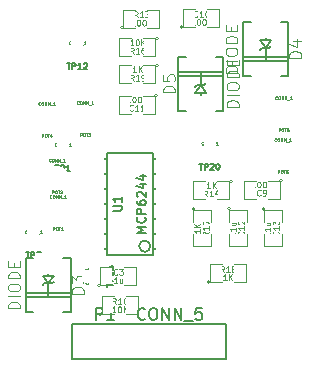
<source format=gto>
G04 (created by PCBNEW (2013-07-07 BZR 4022)-stable) date 11/20/2014 12:16:24 PM*
%MOIN*%
G04 Gerber Fmt 3.4, Leading zero omitted, Abs format*
%FSLAX34Y34*%
G01*
G70*
G90*
G04 APERTURE LIST*
%ADD10C,0.00590551*%
%ADD11C,0.005*%
%ADD12C,0.0039*%
%ADD13C,0.0059*%
%ADD14C,0.0043*%
%ADD15C,0.0025*%
%ADD16C,0.0047*%
%ADD17R,0.05X0.025*%
%ADD18R,0.035X0.055*%
%ADD19R,0.055X0.035*%
%ADD20R,0.0393701X0.0393701*%
%ADD21R,0.0866X0.063*%
%ADD22C,0.0700787*%
G04 APERTURE END LIST*
G54D10*
G54D11*
X14820Y-14500D02*
X16380Y-14500D01*
X16380Y-14500D02*
X16380Y-11100D01*
X16380Y-11100D02*
X14820Y-11100D01*
X14820Y-11100D02*
X14820Y-14500D01*
X14820Y-13800D02*
X14390Y-13800D01*
X14820Y-13300D02*
X14390Y-13300D01*
X14820Y-12800D02*
X14390Y-12800D01*
X14820Y-14300D02*
X14390Y-14300D01*
X14390Y-12300D02*
X14820Y-12300D01*
X14390Y-11800D02*
X14820Y-11800D01*
X14390Y-11300D02*
X14820Y-11300D01*
X16380Y-11300D02*
X16810Y-11300D01*
X16380Y-11800D02*
X16810Y-11800D01*
X16380Y-14300D02*
X16810Y-14300D01*
X16810Y-13800D02*
X16380Y-13800D01*
X16810Y-12300D02*
X16380Y-12300D01*
X16810Y-12800D02*
X16380Y-12800D01*
X16810Y-13300D02*
X16380Y-13300D01*
X16276Y-14210D02*
G75*
G03X16276Y-14210I-186J0D01*
G74*
G01*
G54D12*
X15378Y-6929D02*
G75*
G03X15378Y-6929I-50J0D01*
G74*
G01*
X15778Y-6929D02*
X15378Y-6929D01*
X15378Y-6929D02*
X15378Y-6329D01*
X15378Y-6329D02*
X15778Y-6329D01*
X16178Y-6329D02*
X16578Y-6329D01*
X16578Y-6329D02*
X16578Y-6929D01*
X16578Y-6929D02*
X16178Y-6929D01*
X20100Y-12960D02*
G75*
G03X20100Y-12960I-50J0D01*
G74*
G01*
X20050Y-13410D02*
X20050Y-13010D01*
X20050Y-13010D02*
X20650Y-13010D01*
X20650Y-13010D02*
X20650Y-13410D01*
X20650Y-13810D02*
X20650Y-14210D01*
X20650Y-14210D02*
X20050Y-14210D01*
X20050Y-14210D02*
X20050Y-13810D01*
X18940Y-12960D02*
G75*
G03X18940Y-12960I-50J0D01*
G74*
G01*
X18890Y-13410D02*
X18890Y-13010D01*
X18890Y-13010D02*
X19490Y-13010D01*
X19490Y-13010D02*
X19490Y-13410D01*
X19490Y-13810D02*
X19490Y-14210D01*
X19490Y-14210D02*
X18890Y-14210D01*
X18890Y-14210D02*
X18890Y-13810D01*
X14610Y-15510D02*
G75*
G03X14610Y-15510I-50J0D01*
G74*
G01*
X15010Y-15510D02*
X14610Y-15510D01*
X14610Y-15510D02*
X14610Y-14910D01*
X14610Y-14910D02*
X15010Y-14910D01*
X15410Y-14910D02*
X15810Y-14910D01*
X15810Y-14910D02*
X15810Y-15510D01*
X15810Y-15510D02*
X15410Y-15510D01*
X14650Y-16480D02*
G75*
G03X14650Y-16480I-50J0D01*
G74*
G01*
X15050Y-16480D02*
X14650Y-16480D01*
X14650Y-16480D02*
X14650Y-15880D01*
X14650Y-15880D02*
X15050Y-15880D01*
X15450Y-15880D02*
X15850Y-15880D01*
X15850Y-15880D02*
X15850Y-16480D01*
X15850Y-16480D02*
X15450Y-16480D01*
X19006Y-12047D02*
G75*
G03X19006Y-12047I-50J0D01*
G74*
G01*
X18506Y-12047D02*
X18906Y-12047D01*
X18906Y-12047D02*
X18906Y-12647D01*
X18906Y-12647D02*
X18506Y-12647D01*
X18106Y-12647D02*
X17706Y-12647D01*
X17706Y-12647D02*
X17706Y-12047D01*
X17706Y-12047D02*
X18106Y-12047D01*
X20684Y-12021D02*
G75*
G03X20684Y-12021I-50J0D01*
G74*
G01*
X20184Y-12021D02*
X20584Y-12021D01*
X20584Y-12021D02*
X20584Y-12621D01*
X20584Y-12621D02*
X20184Y-12621D01*
X19784Y-12621D02*
X19384Y-12621D01*
X19384Y-12621D02*
X19384Y-12021D01*
X19384Y-12021D02*
X19784Y-12021D01*
X17369Y-6908D02*
G75*
G03X17369Y-6908I-50J0D01*
G74*
G01*
X17769Y-6908D02*
X17369Y-6908D01*
X17369Y-6908D02*
X17369Y-6308D01*
X17369Y-6308D02*
X17769Y-6308D01*
X18169Y-6308D02*
X18569Y-6308D01*
X18569Y-6308D02*
X18569Y-6908D01*
X18569Y-6908D02*
X18169Y-6908D01*
X16520Y-9190D02*
G75*
G03X16520Y-9190I-50J0D01*
G74*
G01*
X16020Y-9190D02*
X16420Y-9190D01*
X16420Y-9190D02*
X16420Y-9790D01*
X16420Y-9790D02*
X16020Y-9790D01*
X15620Y-9790D02*
X15220Y-9790D01*
X15220Y-9790D02*
X15220Y-9190D01*
X15220Y-9190D02*
X15620Y-9190D01*
X16544Y-7284D02*
G75*
G03X16544Y-7284I-50J0D01*
G74*
G01*
X16044Y-7284D02*
X16444Y-7284D01*
X16444Y-7284D02*
X16444Y-7884D01*
X16444Y-7884D02*
X16044Y-7884D01*
X15644Y-7884D02*
X15244Y-7884D01*
X15244Y-7884D02*
X15244Y-7284D01*
X15244Y-7284D02*
X15644Y-7284D01*
X16544Y-8184D02*
G75*
G03X16544Y-8184I-50J0D01*
G74*
G01*
X16044Y-8184D02*
X16444Y-8184D01*
X16444Y-8184D02*
X16444Y-8784D01*
X16444Y-8784D02*
X16044Y-8784D01*
X15644Y-8784D02*
X15244Y-8784D01*
X15244Y-8784D02*
X15244Y-8184D01*
X15244Y-8184D02*
X15644Y-8184D01*
X18258Y-15413D02*
G75*
G03X18258Y-15413I-50J0D01*
G74*
G01*
X18658Y-15413D02*
X18258Y-15413D01*
X18258Y-15413D02*
X18258Y-14813D01*
X18258Y-14813D02*
X18658Y-14813D01*
X19058Y-14813D02*
X19458Y-14813D01*
X19458Y-14813D02*
X19458Y-15413D01*
X19458Y-15413D02*
X19058Y-15413D01*
X17760Y-12960D02*
G75*
G03X17760Y-12960I-50J0D01*
G74*
G01*
X17710Y-13410D02*
X17710Y-13010D01*
X17710Y-13010D02*
X18310Y-13010D01*
X18310Y-13010D02*
X18310Y-13410D01*
X18310Y-13810D02*
X18310Y-14210D01*
X18310Y-14210D02*
X17710Y-14210D01*
X17710Y-14210D02*
X17710Y-13810D01*
G54D11*
X12870Y-15200D02*
X12870Y-15120D01*
X13620Y-14600D02*
X13620Y-16400D01*
X13620Y-16400D02*
X13370Y-16400D01*
X12120Y-15760D02*
X13620Y-15760D01*
X12120Y-15890D02*
X13620Y-15890D01*
X12370Y-14600D02*
X12120Y-14600D01*
X12120Y-14600D02*
X12120Y-16400D01*
X12120Y-16400D02*
X12370Y-16400D01*
X13370Y-14600D02*
X13620Y-14600D01*
X12870Y-15450D02*
X13057Y-15200D01*
X13057Y-15200D02*
X12870Y-15200D01*
X12870Y-15200D02*
X12683Y-15200D01*
X12683Y-15200D02*
X12870Y-15450D01*
X12870Y-15450D02*
X12995Y-15450D01*
X12995Y-15450D02*
X13057Y-15388D01*
X12870Y-15450D02*
X12745Y-15450D01*
X12745Y-15450D02*
X12683Y-15512D01*
X12870Y-15450D02*
X12870Y-15887D01*
X17954Y-9095D02*
X17954Y-9175D01*
X17204Y-9695D02*
X17204Y-7895D01*
X17204Y-7895D02*
X17454Y-7895D01*
X18704Y-8535D02*
X17204Y-8535D01*
X18704Y-8405D02*
X17204Y-8405D01*
X18454Y-9695D02*
X18704Y-9695D01*
X18704Y-9695D02*
X18704Y-7895D01*
X18704Y-7895D02*
X18454Y-7895D01*
X17454Y-9695D02*
X17204Y-9695D01*
X17954Y-8845D02*
X17767Y-9095D01*
X17767Y-9095D02*
X17954Y-9095D01*
X17954Y-9095D02*
X18141Y-9095D01*
X18141Y-9095D02*
X17954Y-8845D01*
X17954Y-8845D02*
X17829Y-8845D01*
X17829Y-8845D02*
X17767Y-8907D01*
X17954Y-8845D02*
X18079Y-8845D01*
X18079Y-8845D02*
X18141Y-8783D01*
X17954Y-8845D02*
X17954Y-8408D01*
X20118Y-7344D02*
X20118Y-7264D01*
X20868Y-6744D02*
X20868Y-8544D01*
X20868Y-8544D02*
X20618Y-8544D01*
X19368Y-7904D02*
X20868Y-7904D01*
X19368Y-8034D02*
X20868Y-8034D01*
X19618Y-6744D02*
X19368Y-6744D01*
X19368Y-6744D02*
X19368Y-8544D01*
X19368Y-8544D02*
X19618Y-8544D01*
X20618Y-6744D02*
X20868Y-6744D01*
X20118Y-7594D02*
X20305Y-7344D01*
X20305Y-7344D02*
X20118Y-7344D01*
X20118Y-7344D02*
X19931Y-7344D01*
X19931Y-7344D02*
X20118Y-7594D01*
X20118Y-7594D02*
X20243Y-7594D01*
X20243Y-7594D02*
X20305Y-7532D01*
X20118Y-7594D02*
X19993Y-7594D01*
X19993Y-7594D02*
X19931Y-7656D01*
X20118Y-7594D02*
X20118Y-8031D01*
G54D10*
X13679Y-16799D02*
X18797Y-16799D01*
X18797Y-16799D02*
X18797Y-17980D01*
X18797Y-17980D02*
X13679Y-17980D01*
X13679Y-16799D02*
X13679Y-17980D01*
G54D13*
X15024Y-13024D02*
X15263Y-13024D01*
X15291Y-13010D01*
X15305Y-12996D01*
X15319Y-12968D01*
X15319Y-12912D01*
X15305Y-12884D01*
X15291Y-12870D01*
X15263Y-12856D01*
X15024Y-12856D01*
X15319Y-12561D02*
X15319Y-12729D01*
X15319Y-12645D02*
X15024Y-12645D01*
X15066Y-12673D01*
X15094Y-12701D01*
X15108Y-12729D01*
X16119Y-13755D02*
X15824Y-13755D01*
X16035Y-13656D01*
X15824Y-13558D01*
X16119Y-13558D01*
X16091Y-13249D02*
X16105Y-13263D01*
X16119Y-13305D01*
X16119Y-13333D01*
X16105Y-13375D01*
X16077Y-13404D01*
X16049Y-13418D01*
X15992Y-13432D01*
X15950Y-13432D01*
X15894Y-13418D01*
X15866Y-13404D01*
X15838Y-13375D01*
X15824Y-13333D01*
X15824Y-13305D01*
X15838Y-13263D01*
X15852Y-13249D01*
X16119Y-13123D02*
X15824Y-13123D01*
X15824Y-13010D01*
X15838Y-12982D01*
X15852Y-12968D01*
X15880Y-12954D01*
X15922Y-12954D01*
X15950Y-12968D01*
X15964Y-12982D01*
X15978Y-13010D01*
X15978Y-13123D01*
X15824Y-12701D02*
X15824Y-12757D01*
X15838Y-12785D01*
X15852Y-12799D01*
X15894Y-12828D01*
X15950Y-12842D01*
X16063Y-12842D01*
X16091Y-12828D01*
X16105Y-12814D01*
X16119Y-12785D01*
X16119Y-12729D01*
X16105Y-12701D01*
X16091Y-12687D01*
X16063Y-12673D01*
X15992Y-12673D01*
X15964Y-12687D01*
X15950Y-12701D01*
X15936Y-12729D01*
X15936Y-12785D01*
X15950Y-12814D01*
X15964Y-12828D01*
X15992Y-12842D01*
X15852Y-12561D02*
X15838Y-12547D01*
X15824Y-12519D01*
X15824Y-12448D01*
X15838Y-12420D01*
X15852Y-12406D01*
X15880Y-12392D01*
X15908Y-12392D01*
X15950Y-12406D01*
X16119Y-12575D01*
X16119Y-12392D01*
X15922Y-12139D02*
X16119Y-12139D01*
X15810Y-12209D02*
X16021Y-12280D01*
X16021Y-12097D01*
X15922Y-11858D02*
X16119Y-11858D01*
X15810Y-11929D02*
X16021Y-11999D01*
X16021Y-11816D01*
G54D14*
X15851Y-6583D02*
X15785Y-6489D01*
X15738Y-6583D02*
X15738Y-6386D01*
X15813Y-6386D01*
X15832Y-6396D01*
X15841Y-6405D01*
X15851Y-6424D01*
X15851Y-6452D01*
X15841Y-6471D01*
X15832Y-6480D01*
X15813Y-6489D01*
X15738Y-6489D01*
X16038Y-6583D02*
X15926Y-6583D01*
X15982Y-6583D02*
X15982Y-6386D01*
X15963Y-6414D01*
X15945Y-6433D01*
X15926Y-6443D01*
X16104Y-6386D02*
X16226Y-6386D01*
X16160Y-6461D01*
X16189Y-6461D01*
X16207Y-6471D01*
X16217Y-6480D01*
X16226Y-6499D01*
X16226Y-6546D01*
X16217Y-6564D01*
X16207Y-6574D01*
X16189Y-6583D01*
X16132Y-6583D01*
X16114Y-6574D01*
X16104Y-6564D01*
X15748Y-6858D02*
X15635Y-6858D01*
X15691Y-6858D02*
X15691Y-6661D01*
X15673Y-6689D01*
X15654Y-6708D01*
X15635Y-6718D01*
X15870Y-6661D02*
X15888Y-6661D01*
X15907Y-6671D01*
X15917Y-6680D01*
X15926Y-6699D01*
X15935Y-6736D01*
X15935Y-6783D01*
X15926Y-6821D01*
X15917Y-6839D01*
X15907Y-6849D01*
X15888Y-6858D01*
X15870Y-6858D01*
X15851Y-6849D01*
X15841Y-6839D01*
X15832Y-6821D01*
X15823Y-6783D01*
X15823Y-6736D01*
X15832Y-6699D01*
X15841Y-6680D01*
X15851Y-6671D01*
X15870Y-6661D01*
X16057Y-6661D02*
X16076Y-6661D01*
X16095Y-6671D01*
X16104Y-6680D01*
X16114Y-6699D01*
X16123Y-6736D01*
X16123Y-6783D01*
X16114Y-6821D01*
X16104Y-6839D01*
X16095Y-6849D01*
X16076Y-6858D01*
X16057Y-6858D01*
X16038Y-6849D01*
X16029Y-6839D01*
X16020Y-6821D01*
X16010Y-6783D01*
X16010Y-6736D01*
X16020Y-6699D01*
X16029Y-6680D01*
X16038Y-6671D01*
X16057Y-6661D01*
X16207Y-6858D02*
X16207Y-6661D01*
X16320Y-6858D02*
X16235Y-6746D01*
X16320Y-6661D02*
X16207Y-6774D01*
X20535Y-13736D02*
X20545Y-13746D01*
X20554Y-13774D01*
X20554Y-13792D01*
X20545Y-13821D01*
X20526Y-13839D01*
X20507Y-13849D01*
X20470Y-13858D01*
X20442Y-13858D01*
X20404Y-13849D01*
X20385Y-13839D01*
X20367Y-13821D01*
X20357Y-13792D01*
X20357Y-13774D01*
X20367Y-13746D01*
X20376Y-13736D01*
X20554Y-13549D02*
X20554Y-13661D01*
X20554Y-13605D02*
X20357Y-13605D01*
X20385Y-13624D01*
X20404Y-13642D01*
X20414Y-13661D01*
X20357Y-13483D02*
X20357Y-13361D01*
X20432Y-13427D01*
X20432Y-13398D01*
X20442Y-13380D01*
X20451Y-13370D01*
X20470Y-13361D01*
X20517Y-13361D01*
X20535Y-13370D01*
X20545Y-13380D01*
X20554Y-13398D01*
X20554Y-13455D01*
X20545Y-13473D01*
X20535Y-13483D01*
X20260Y-13792D02*
X20270Y-13783D01*
X20279Y-13792D01*
X20270Y-13802D01*
X20260Y-13792D01*
X20279Y-13792D01*
X20279Y-13595D02*
X20279Y-13708D01*
X20279Y-13652D02*
X20082Y-13652D01*
X20110Y-13670D01*
X20129Y-13689D01*
X20139Y-13708D01*
X20148Y-13427D02*
X20279Y-13427D01*
X20148Y-13511D02*
X20251Y-13511D01*
X20270Y-13502D01*
X20279Y-13483D01*
X20279Y-13455D01*
X20270Y-13436D01*
X20260Y-13427D01*
X19375Y-13736D02*
X19385Y-13746D01*
X19394Y-13774D01*
X19394Y-13792D01*
X19385Y-13821D01*
X19366Y-13839D01*
X19347Y-13849D01*
X19310Y-13858D01*
X19282Y-13858D01*
X19244Y-13849D01*
X19225Y-13839D01*
X19207Y-13821D01*
X19197Y-13792D01*
X19197Y-13774D01*
X19207Y-13746D01*
X19216Y-13736D01*
X19394Y-13549D02*
X19394Y-13661D01*
X19394Y-13605D02*
X19197Y-13605D01*
X19225Y-13624D01*
X19244Y-13642D01*
X19254Y-13661D01*
X19216Y-13473D02*
X19207Y-13464D01*
X19197Y-13445D01*
X19197Y-13398D01*
X19207Y-13380D01*
X19216Y-13370D01*
X19235Y-13361D01*
X19254Y-13361D01*
X19282Y-13370D01*
X19394Y-13483D01*
X19394Y-13361D01*
X19100Y-13792D02*
X19110Y-13783D01*
X19119Y-13792D01*
X19110Y-13802D01*
X19100Y-13792D01*
X19119Y-13792D01*
X19119Y-13595D02*
X19119Y-13708D01*
X19119Y-13652D02*
X18922Y-13652D01*
X18950Y-13670D01*
X18969Y-13689D01*
X18979Y-13708D01*
X18988Y-13427D02*
X19119Y-13427D01*
X18988Y-13511D02*
X19091Y-13511D01*
X19110Y-13502D01*
X19119Y-13483D01*
X19119Y-13455D01*
X19110Y-13436D01*
X19100Y-13427D01*
X15177Y-15145D02*
X15167Y-15155D01*
X15139Y-15164D01*
X15120Y-15164D01*
X15092Y-15155D01*
X15073Y-15136D01*
X15064Y-15117D01*
X15055Y-15080D01*
X15055Y-15052D01*
X15064Y-15014D01*
X15073Y-14995D01*
X15092Y-14977D01*
X15120Y-14967D01*
X15139Y-14967D01*
X15167Y-14977D01*
X15177Y-14986D01*
X15242Y-14967D02*
X15364Y-14967D01*
X15299Y-15042D01*
X15327Y-15042D01*
X15346Y-15052D01*
X15355Y-15061D01*
X15364Y-15080D01*
X15364Y-15127D01*
X15355Y-15145D01*
X15346Y-15155D01*
X15327Y-15164D01*
X15270Y-15164D01*
X15252Y-15155D01*
X15242Y-15145D01*
X15177Y-15439D02*
X15064Y-15439D01*
X15120Y-15439D02*
X15120Y-15242D01*
X15102Y-15270D01*
X15083Y-15289D01*
X15064Y-15299D01*
X15346Y-15308D02*
X15346Y-15439D01*
X15261Y-15308D02*
X15261Y-15411D01*
X15270Y-15430D01*
X15289Y-15439D01*
X15317Y-15439D01*
X15336Y-15430D01*
X15346Y-15420D01*
X15123Y-16134D02*
X15057Y-16040D01*
X15010Y-16134D02*
X15010Y-15937D01*
X15085Y-15937D01*
X15104Y-15947D01*
X15113Y-15956D01*
X15123Y-15975D01*
X15123Y-16003D01*
X15113Y-16022D01*
X15104Y-16031D01*
X15085Y-16040D01*
X15010Y-16040D01*
X15310Y-16134D02*
X15198Y-16134D01*
X15254Y-16134D02*
X15254Y-15937D01*
X15235Y-15965D01*
X15217Y-15984D01*
X15198Y-15994D01*
X15432Y-15937D02*
X15451Y-15937D01*
X15470Y-15947D01*
X15479Y-15956D01*
X15489Y-15975D01*
X15498Y-16012D01*
X15498Y-16059D01*
X15489Y-16097D01*
X15479Y-16115D01*
X15470Y-16125D01*
X15451Y-16134D01*
X15432Y-16134D01*
X15414Y-16125D01*
X15404Y-16115D01*
X15395Y-16097D01*
X15386Y-16059D01*
X15386Y-16012D01*
X15395Y-15975D01*
X15404Y-15956D01*
X15414Y-15947D01*
X15432Y-15937D01*
X15113Y-16409D02*
X15001Y-16409D01*
X15057Y-16409D02*
X15057Y-16212D01*
X15038Y-16240D01*
X15020Y-16259D01*
X15001Y-16269D01*
X15235Y-16212D02*
X15254Y-16212D01*
X15273Y-16222D01*
X15282Y-16231D01*
X15292Y-16250D01*
X15301Y-16287D01*
X15301Y-16334D01*
X15292Y-16372D01*
X15282Y-16390D01*
X15273Y-16400D01*
X15254Y-16409D01*
X15235Y-16409D01*
X15217Y-16400D01*
X15207Y-16390D01*
X15198Y-16372D01*
X15189Y-16334D01*
X15189Y-16287D01*
X15198Y-16250D01*
X15207Y-16231D01*
X15217Y-16222D01*
X15235Y-16212D01*
X15386Y-16409D02*
X15386Y-16212D01*
X15498Y-16409D02*
X15414Y-16297D01*
X15498Y-16212D02*
X15386Y-16325D01*
X18179Y-12551D02*
X18113Y-12457D01*
X18066Y-12551D02*
X18066Y-12354D01*
X18141Y-12354D01*
X18160Y-12364D01*
X18169Y-12373D01*
X18179Y-12392D01*
X18179Y-12420D01*
X18169Y-12439D01*
X18160Y-12448D01*
X18141Y-12457D01*
X18066Y-12457D01*
X18366Y-12551D02*
X18254Y-12551D01*
X18310Y-12551D02*
X18310Y-12354D01*
X18291Y-12382D01*
X18273Y-12401D01*
X18254Y-12411D01*
X18535Y-12420D02*
X18535Y-12551D01*
X18488Y-12345D02*
X18442Y-12486D01*
X18563Y-12486D01*
X18263Y-12276D02*
X18151Y-12276D01*
X18207Y-12276D02*
X18207Y-12079D01*
X18188Y-12107D01*
X18169Y-12126D01*
X18151Y-12136D01*
X18348Y-12276D02*
X18348Y-12079D01*
X18460Y-12276D02*
X18376Y-12164D01*
X18460Y-12079D02*
X18348Y-12192D01*
X19951Y-12506D02*
X19941Y-12516D01*
X19913Y-12525D01*
X19894Y-12525D01*
X19866Y-12516D01*
X19847Y-12497D01*
X19838Y-12478D01*
X19829Y-12441D01*
X19829Y-12413D01*
X19838Y-12375D01*
X19847Y-12356D01*
X19866Y-12338D01*
X19894Y-12328D01*
X19913Y-12328D01*
X19941Y-12338D01*
X19951Y-12347D01*
X20044Y-12525D02*
X20082Y-12525D01*
X20101Y-12516D01*
X20110Y-12506D01*
X20129Y-12478D01*
X20138Y-12441D01*
X20138Y-12366D01*
X20129Y-12347D01*
X20120Y-12338D01*
X20101Y-12328D01*
X20063Y-12328D01*
X20044Y-12338D01*
X20035Y-12347D01*
X20026Y-12366D01*
X20026Y-12413D01*
X20035Y-12431D01*
X20044Y-12441D01*
X20063Y-12450D01*
X20101Y-12450D01*
X20120Y-12441D01*
X20129Y-12431D01*
X20138Y-12413D01*
X19763Y-12250D02*
X19650Y-12250D01*
X19707Y-12250D02*
X19707Y-12053D01*
X19688Y-12081D01*
X19669Y-12100D01*
X19650Y-12110D01*
X19885Y-12053D02*
X19904Y-12053D01*
X19923Y-12063D01*
X19932Y-12072D01*
X19941Y-12091D01*
X19951Y-12128D01*
X19951Y-12175D01*
X19941Y-12213D01*
X19932Y-12231D01*
X19923Y-12241D01*
X19904Y-12250D01*
X19885Y-12250D01*
X19866Y-12241D01*
X19857Y-12231D01*
X19847Y-12213D01*
X19838Y-12175D01*
X19838Y-12128D01*
X19847Y-12091D01*
X19857Y-12072D01*
X19866Y-12063D01*
X19885Y-12053D01*
X20073Y-12053D02*
X20091Y-12053D01*
X20110Y-12063D01*
X20120Y-12072D01*
X20129Y-12091D01*
X20138Y-12128D01*
X20138Y-12175D01*
X20129Y-12213D01*
X20120Y-12231D01*
X20110Y-12241D01*
X20091Y-12250D01*
X20073Y-12250D01*
X20054Y-12241D01*
X20044Y-12231D01*
X20035Y-12213D01*
X20026Y-12175D01*
X20026Y-12128D01*
X20035Y-12091D01*
X20044Y-12072D01*
X20054Y-12063D01*
X20073Y-12053D01*
X20223Y-12119D02*
X20223Y-12250D01*
X20223Y-12138D02*
X20232Y-12128D01*
X20251Y-12119D01*
X20279Y-12119D01*
X20298Y-12128D01*
X20307Y-12147D01*
X20307Y-12250D01*
X17842Y-6543D02*
X17832Y-6553D01*
X17804Y-6562D01*
X17786Y-6562D01*
X17757Y-6553D01*
X17739Y-6534D01*
X17729Y-6515D01*
X17720Y-6478D01*
X17720Y-6450D01*
X17729Y-6412D01*
X17739Y-6393D01*
X17757Y-6375D01*
X17786Y-6365D01*
X17804Y-6365D01*
X17832Y-6375D01*
X17842Y-6384D01*
X18029Y-6562D02*
X17917Y-6562D01*
X17973Y-6562D02*
X17973Y-6365D01*
X17954Y-6393D01*
X17936Y-6412D01*
X17917Y-6422D01*
X18151Y-6365D02*
X18170Y-6365D01*
X18189Y-6375D01*
X18198Y-6384D01*
X18208Y-6403D01*
X18217Y-6440D01*
X18217Y-6487D01*
X18208Y-6525D01*
X18198Y-6543D01*
X18189Y-6553D01*
X18170Y-6562D01*
X18151Y-6562D01*
X18133Y-6553D01*
X18123Y-6543D01*
X18114Y-6525D01*
X18105Y-6487D01*
X18105Y-6440D01*
X18114Y-6403D01*
X18123Y-6384D01*
X18133Y-6375D01*
X18151Y-6365D01*
X17748Y-6837D02*
X17635Y-6837D01*
X17692Y-6837D02*
X17692Y-6640D01*
X17673Y-6668D01*
X17654Y-6687D01*
X17635Y-6697D01*
X17870Y-6640D02*
X17889Y-6640D01*
X17908Y-6650D01*
X17917Y-6659D01*
X17926Y-6678D01*
X17936Y-6715D01*
X17936Y-6762D01*
X17926Y-6800D01*
X17917Y-6818D01*
X17908Y-6828D01*
X17889Y-6837D01*
X17870Y-6837D01*
X17851Y-6828D01*
X17842Y-6818D01*
X17832Y-6800D01*
X17823Y-6762D01*
X17823Y-6715D01*
X17832Y-6678D01*
X17842Y-6659D01*
X17851Y-6650D01*
X17870Y-6640D01*
X18058Y-6640D02*
X18076Y-6640D01*
X18095Y-6650D01*
X18105Y-6659D01*
X18114Y-6678D01*
X18123Y-6715D01*
X18123Y-6762D01*
X18114Y-6800D01*
X18105Y-6818D01*
X18095Y-6828D01*
X18076Y-6837D01*
X18058Y-6837D01*
X18039Y-6828D01*
X18029Y-6818D01*
X18020Y-6800D01*
X18011Y-6762D01*
X18011Y-6715D01*
X18020Y-6678D01*
X18029Y-6659D01*
X18039Y-6650D01*
X18058Y-6640D01*
X18208Y-6706D02*
X18208Y-6837D01*
X18208Y-6725D02*
X18217Y-6715D01*
X18236Y-6706D01*
X18264Y-6706D01*
X18283Y-6715D01*
X18292Y-6734D01*
X18292Y-6837D01*
X15693Y-9675D02*
X15683Y-9685D01*
X15655Y-9694D01*
X15637Y-9694D01*
X15608Y-9685D01*
X15590Y-9666D01*
X15580Y-9647D01*
X15571Y-9610D01*
X15571Y-9582D01*
X15580Y-9544D01*
X15590Y-9525D01*
X15608Y-9507D01*
X15637Y-9497D01*
X15655Y-9497D01*
X15683Y-9507D01*
X15693Y-9516D01*
X15880Y-9694D02*
X15768Y-9694D01*
X15824Y-9694D02*
X15824Y-9497D01*
X15805Y-9525D01*
X15787Y-9544D01*
X15768Y-9554D01*
X16068Y-9694D02*
X15956Y-9694D01*
X16012Y-9694D02*
X16012Y-9497D01*
X15993Y-9525D01*
X15974Y-9544D01*
X15956Y-9554D01*
X15599Y-9419D02*
X15486Y-9419D01*
X15543Y-9419D02*
X15543Y-9222D01*
X15524Y-9250D01*
X15505Y-9269D01*
X15486Y-9279D01*
X15721Y-9222D02*
X15740Y-9222D01*
X15759Y-9232D01*
X15768Y-9241D01*
X15777Y-9260D01*
X15787Y-9297D01*
X15787Y-9344D01*
X15777Y-9382D01*
X15768Y-9400D01*
X15759Y-9410D01*
X15740Y-9419D01*
X15721Y-9419D01*
X15702Y-9410D01*
X15693Y-9400D01*
X15683Y-9382D01*
X15674Y-9344D01*
X15674Y-9297D01*
X15683Y-9260D01*
X15693Y-9241D01*
X15702Y-9232D01*
X15721Y-9222D01*
X15909Y-9222D02*
X15927Y-9222D01*
X15946Y-9232D01*
X15956Y-9241D01*
X15965Y-9260D01*
X15974Y-9297D01*
X15974Y-9344D01*
X15965Y-9382D01*
X15956Y-9400D01*
X15946Y-9410D01*
X15927Y-9419D01*
X15909Y-9419D01*
X15890Y-9410D01*
X15880Y-9400D01*
X15871Y-9382D01*
X15862Y-9344D01*
X15862Y-9297D01*
X15871Y-9260D01*
X15880Y-9241D01*
X15890Y-9232D01*
X15909Y-9222D01*
X16059Y-9288D02*
X16059Y-9419D01*
X16059Y-9307D02*
X16068Y-9297D01*
X16087Y-9288D01*
X16115Y-9288D01*
X16134Y-9297D01*
X16143Y-9316D01*
X16143Y-9419D01*
X15717Y-7788D02*
X15651Y-7694D01*
X15604Y-7788D02*
X15604Y-7591D01*
X15679Y-7591D01*
X15698Y-7601D01*
X15707Y-7610D01*
X15717Y-7629D01*
X15717Y-7657D01*
X15707Y-7676D01*
X15698Y-7685D01*
X15679Y-7694D01*
X15604Y-7694D01*
X15904Y-7788D02*
X15792Y-7788D01*
X15848Y-7788D02*
X15848Y-7591D01*
X15829Y-7619D01*
X15811Y-7638D01*
X15792Y-7648D01*
X16073Y-7591D02*
X16036Y-7591D01*
X16017Y-7601D01*
X16008Y-7610D01*
X15989Y-7638D01*
X15980Y-7676D01*
X15980Y-7751D01*
X15989Y-7769D01*
X15998Y-7779D01*
X16017Y-7788D01*
X16055Y-7788D01*
X16073Y-7779D01*
X16083Y-7769D01*
X16092Y-7751D01*
X16092Y-7704D01*
X16083Y-7685D01*
X16073Y-7676D01*
X16055Y-7666D01*
X16017Y-7666D01*
X15998Y-7676D01*
X15989Y-7685D01*
X15980Y-7704D01*
X15707Y-7513D02*
X15595Y-7513D01*
X15651Y-7513D02*
X15651Y-7316D01*
X15632Y-7344D01*
X15614Y-7363D01*
X15595Y-7373D01*
X15829Y-7316D02*
X15848Y-7316D01*
X15867Y-7326D01*
X15876Y-7335D01*
X15886Y-7354D01*
X15895Y-7391D01*
X15895Y-7438D01*
X15886Y-7476D01*
X15876Y-7494D01*
X15867Y-7504D01*
X15848Y-7513D01*
X15829Y-7513D01*
X15811Y-7504D01*
X15801Y-7494D01*
X15792Y-7476D01*
X15783Y-7438D01*
X15783Y-7391D01*
X15792Y-7354D01*
X15801Y-7335D01*
X15811Y-7326D01*
X15829Y-7316D01*
X15980Y-7513D02*
X15980Y-7316D01*
X16092Y-7513D02*
X16008Y-7401D01*
X16092Y-7316D02*
X15980Y-7429D01*
X15717Y-8688D02*
X15651Y-8594D01*
X15604Y-8688D02*
X15604Y-8491D01*
X15679Y-8491D01*
X15698Y-8501D01*
X15707Y-8510D01*
X15717Y-8529D01*
X15717Y-8557D01*
X15707Y-8576D01*
X15698Y-8585D01*
X15679Y-8594D01*
X15604Y-8594D01*
X15904Y-8688D02*
X15792Y-8688D01*
X15848Y-8688D02*
X15848Y-8491D01*
X15829Y-8519D01*
X15811Y-8538D01*
X15792Y-8548D01*
X15998Y-8688D02*
X16036Y-8688D01*
X16055Y-8679D01*
X16064Y-8669D01*
X16083Y-8641D01*
X16092Y-8604D01*
X16092Y-8529D01*
X16083Y-8510D01*
X16073Y-8501D01*
X16055Y-8491D01*
X16017Y-8491D01*
X15998Y-8501D01*
X15989Y-8510D01*
X15980Y-8529D01*
X15980Y-8576D01*
X15989Y-8594D01*
X15998Y-8604D01*
X16017Y-8613D01*
X16055Y-8613D01*
X16073Y-8604D01*
X16083Y-8594D01*
X16092Y-8576D01*
X15801Y-8413D02*
X15689Y-8413D01*
X15745Y-8413D02*
X15745Y-8216D01*
X15726Y-8244D01*
X15707Y-8263D01*
X15689Y-8273D01*
X15886Y-8413D02*
X15886Y-8216D01*
X15998Y-8413D02*
X15914Y-8301D01*
X15998Y-8216D02*
X15886Y-8329D01*
X18731Y-15067D02*
X18665Y-14973D01*
X18618Y-15067D02*
X18618Y-14870D01*
X18693Y-14870D01*
X18712Y-14880D01*
X18721Y-14889D01*
X18731Y-14908D01*
X18731Y-14936D01*
X18721Y-14955D01*
X18712Y-14964D01*
X18693Y-14973D01*
X18618Y-14973D01*
X18918Y-15067D02*
X18806Y-15067D01*
X18862Y-15067D02*
X18862Y-14870D01*
X18843Y-14898D01*
X18825Y-14917D01*
X18806Y-14927D01*
X19031Y-14955D02*
X19012Y-14945D01*
X19003Y-14936D01*
X18994Y-14917D01*
X18994Y-14908D01*
X19003Y-14889D01*
X19012Y-14880D01*
X19031Y-14870D01*
X19069Y-14870D01*
X19087Y-14880D01*
X19097Y-14889D01*
X19106Y-14908D01*
X19106Y-14917D01*
X19097Y-14936D01*
X19087Y-14945D01*
X19069Y-14955D01*
X19031Y-14955D01*
X19012Y-14964D01*
X19003Y-14973D01*
X18994Y-14992D01*
X18994Y-15030D01*
X19003Y-15048D01*
X19012Y-15058D01*
X19031Y-15067D01*
X19069Y-15067D01*
X19087Y-15058D01*
X19097Y-15048D01*
X19106Y-15030D01*
X19106Y-14992D01*
X19097Y-14973D01*
X19087Y-14964D01*
X19069Y-14955D01*
X18815Y-15342D02*
X18703Y-15342D01*
X18759Y-15342D02*
X18759Y-15145D01*
X18740Y-15173D01*
X18721Y-15192D01*
X18703Y-15202D01*
X18900Y-15342D02*
X18900Y-15145D01*
X19012Y-15342D02*
X18928Y-15230D01*
X19012Y-15145D02*
X18900Y-15258D01*
X18214Y-13736D02*
X18120Y-13802D01*
X18214Y-13849D02*
X18017Y-13849D01*
X18017Y-13774D01*
X18027Y-13755D01*
X18036Y-13746D01*
X18055Y-13736D01*
X18083Y-13736D01*
X18102Y-13746D01*
X18111Y-13755D01*
X18120Y-13774D01*
X18120Y-13849D01*
X18214Y-13549D02*
X18214Y-13661D01*
X18214Y-13605D02*
X18017Y-13605D01*
X18045Y-13624D01*
X18064Y-13642D01*
X18074Y-13661D01*
X18017Y-13483D02*
X18017Y-13352D01*
X18214Y-13436D01*
X17939Y-13652D02*
X17939Y-13764D01*
X17939Y-13708D02*
X17742Y-13708D01*
X17770Y-13727D01*
X17789Y-13746D01*
X17799Y-13764D01*
X17939Y-13567D02*
X17742Y-13567D01*
X17939Y-13455D02*
X17827Y-13539D01*
X17742Y-13455D02*
X17855Y-13567D01*
G54D11*
X17906Y-11453D02*
X18020Y-11453D01*
X17963Y-11653D02*
X17963Y-11453D01*
X18087Y-11653D02*
X18087Y-11453D01*
X18163Y-11453D01*
X18182Y-11463D01*
X18192Y-11473D01*
X18201Y-11492D01*
X18201Y-11520D01*
X18192Y-11539D01*
X18182Y-11549D01*
X18163Y-11558D01*
X18087Y-11558D01*
X18277Y-11473D02*
X18287Y-11463D01*
X18306Y-11453D01*
X18354Y-11453D01*
X18373Y-11463D01*
X18382Y-11473D01*
X18392Y-11492D01*
X18392Y-11511D01*
X18382Y-11539D01*
X18268Y-11653D01*
X18392Y-11653D01*
X18515Y-11453D02*
X18534Y-11453D01*
X18554Y-11463D01*
X18563Y-11473D01*
X18573Y-11492D01*
X18582Y-11530D01*
X18582Y-11577D01*
X18573Y-11615D01*
X18563Y-11634D01*
X18554Y-11644D01*
X18534Y-11653D01*
X18515Y-11653D01*
X18496Y-11644D01*
X18487Y-11634D01*
X18477Y-11615D01*
X18468Y-11577D01*
X18468Y-11530D01*
X18477Y-11492D01*
X18487Y-11473D01*
X18496Y-11463D01*
X18515Y-11453D01*
G54D15*
X18042Y-10816D02*
X18037Y-10821D01*
X18023Y-10826D01*
X18013Y-10826D01*
X17999Y-10821D01*
X17989Y-10811D01*
X17984Y-10802D01*
X17980Y-10783D01*
X17980Y-10768D01*
X17984Y-10749D01*
X17989Y-10740D01*
X17999Y-10730D01*
X18013Y-10726D01*
X18023Y-10726D01*
X18037Y-10730D01*
X18042Y-10735D01*
X18104Y-10726D02*
X18123Y-10726D01*
X18132Y-10730D01*
X18142Y-10740D01*
X18146Y-10759D01*
X18146Y-10792D01*
X18142Y-10811D01*
X18132Y-10821D01*
X18123Y-10826D01*
X18104Y-10826D01*
X18094Y-10821D01*
X18084Y-10811D01*
X18080Y-10792D01*
X18080Y-10759D01*
X18084Y-10740D01*
X18094Y-10730D01*
X18104Y-10726D01*
X18189Y-10826D02*
X18189Y-10726D01*
X18246Y-10826D01*
X18246Y-10726D01*
X18294Y-10826D02*
X18294Y-10726D01*
X18351Y-10826D01*
X18351Y-10726D01*
X18375Y-10835D02*
X18451Y-10835D01*
X18527Y-10826D02*
X18470Y-10826D01*
X18499Y-10826D02*
X18499Y-10726D01*
X18489Y-10740D01*
X18480Y-10749D01*
X18470Y-10754D01*
G54D11*
X14838Y-15557D02*
X14838Y-15443D01*
X15038Y-15500D02*
X14838Y-15500D01*
X15038Y-15376D02*
X14838Y-15376D01*
X14838Y-15300D01*
X14848Y-15281D01*
X14858Y-15271D01*
X14877Y-15262D01*
X14905Y-15262D01*
X14924Y-15271D01*
X14934Y-15281D01*
X14943Y-15300D01*
X14943Y-15376D01*
X15038Y-15071D02*
X15038Y-15186D01*
X15038Y-15129D02*
X14838Y-15129D01*
X14867Y-15148D01*
X14886Y-15167D01*
X14896Y-15186D01*
X14838Y-14890D02*
X14838Y-14986D01*
X14934Y-14995D01*
X14924Y-14986D01*
X14915Y-14967D01*
X14915Y-14919D01*
X14924Y-14900D01*
X14934Y-14890D01*
X14953Y-14881D01*
X15000Y-14881D01*
X15019Y-14890D01*
X15029Y-14900D01*
X15038Y-14919D01*
X15038Y-14967D01*
X15029Y-14986D01*
X15019Y-14995D01*
G54D15*
X14201Y-15421D02*
X14206Y-15426D01*
X14211Y-15440D01*
X14211Y-15450D01*
X14206Y-15464D01*
X14196Y-15474D01*
X14187Y-15479D01*
X14168Y-15483D01*
X14153Y-15483D01*
X14134Y-15479D01*
X14125Y-15474D01*
X14115Y-15464D01*
X14111Y-15450D01*
X14111Y-15440D01*
X14115Y-15426D01*
X14120Y-15421D01*
X14111Y-15360D02*
X14111Y-15340D01*
X14115Y-15331D01*
X14125Y-15321D01*
X14144Y-15317D01*
X14177Y-15317D01*
X14196Y-15321D01*
X14206Y-15331D01*
X14211Y-15340D01*
X14211Y-15360D01*
X14206Y-15369D01*
X14196Y-15379D01*
X14177Y-15383D01*
X14144Y-15383D01*
X14125Y-15379D01*
X14115Y-15369D01*
X14111Y-15360D01*
X14211Y-15274D02*
X14111Y-15274D01*
X14211Y-15217D01*
X14111Y-15217D01*
X14211Y-15169D02*
X14111Y-15169D01*
X14211Y-15112D01*
X14111Y-15112D01*
X14220Y-15088D02*
X14220Y-15012D01*
X14211Y-14936D02*
X14211Y-14993D01*
X14211Y-14964D02*
X14111Y-14964D01*
X14125Y-14974D01*
X14134Y-14983D01*
X14139Y-14993D01*
G54D11*
X13492Y-8108D02*
X13606Y-8108D01*
X13549Y-8308D02*
X13549Y-8108D01*
X13673Y-8308D02*
X13673Y-8108D01*
X13749Y-8108D01*
X13768Y-8118D01*
X13778Y-8128D01*
X13787Y-8147D01*
X13787Y-8175D01*
X13778Y-8194D01*
X13768Y-8204D01*
X13749Y-8213D01*
X13673Y-8213D01*
X13978Y-8308D02*
X13863Y-8308D01*
X13920Y-8308D02*
X13920Y-8108D01*
X13901Y-8137D01*
X13882Y-8156D01*
X13863Y-8166D01*
X14054Y-8128D02*
X14063Y-8118D01*
X14082Y-8108D01*
X14130Y-8108D01*
X14149Y-8118D01*
X14159Y-8128D01*
X14168Y-8147D01*
X14168Y-8166D01*
X14159Y-8194D01*
X14044Y-8308D01*
X14168Y-8308D01*
G54D15*
X13628Y-7471D02*
X13623Y-7476D01*
X13609Y-7481D01*
X13599Y-7481D01*
X13585Y-7476D01*
X13575Y-7466D01*
X13570Y-7457D01*
X13566Y-7438D01*
X13566Y-7423D01*
X13570Y-7404D01*
X13575Y-7395D01*
X13585Y-7385D01*
X13599Y-7381D01*
X13609Y-7381D01*
X13623Y-7385D01*
X13628Y-7390D01*
X13690Y-7381D02*
X13709Y-7381D01*
X13718Y-7385D01*
X13728Y-7395D01*
X13732Y-7414D01*
X13732Y-7447D01*
X13728Y-7466D01*
X13718Y-7476D01*
X13709Y-7481D01*
X13690Y-7481D01*
X13680Y-7476D01*
X13670Y-7466D01*
X13666Y-7447D01*
X13666Y-7414D01*
X13670Y-7395D01*
X13680Y-7385D01*
X13690Y-7381D01*
X13775Y-7481D02*
X13775Y-7381D01*
X13832Y-7481D01*
X13832Y-7381D01*
X13880Y-7481D02*
X13880Y-7381D01*
X13937Y-7481D01*
X13937Y-7381D01*
X13961Y-7490D02*
X14037Y-7490D01*
X14113Y-7481D02*
X14056Y-7481D01*
X14085Y-7481D02*
X14085Y-7381D01*
X14075Y-7395D01*
X14066Y-7404D01*
X14056Y-7409D01*
G54D11*
X12127Y-14408D02*
X12241Y-14408D01*
X12184Y-14608D02*
X12184Y-14408D01*
X12308Y-14608D02*
X12308Y-14408D01*
X12384Y-14408D01*
X12403Y-14418D01*
X12413Y-14428D01*
X12422Y-14447D01*
X12422Y-14475D01*
X12413Y-14494D01*
X12403Y-14504D01*
X12384Y-14513D01*
X12308Y-14513D01*
X12489Y-14408D02*
X12622Y-14408D01*
X12537Y-14608D01*
G54D15*
X12168Y-13771D02*
X12163Y-13776D01*
X12149Y-13781D01*
X12139Y-13781D01*
X12125Y-13776D01*
X12115Y-13766D01*
X12110Y-13757D01*
X12106Y-13738D01*
X12106Y-13723D01*
X12110Y-13704D01*
X12115Y-13695D01*
X12125Y-13685D01*
X12139Y-13681D01*
X12149Y-13681D01*
X12163Y-13685D01*
X12168Y-13690D01*
X12230Y-13681D02*
X12249Y-13681D01*
X12258Y-13685D01*
X12268Y-13695D01*
X12272Y-13714D01*
X12272Y-13747D01*
X12268Y-13766D01*
X12258Y-13776D01*
X12249Y-13781D01*
X12230Y-13781D01*
X12220Y-13776D01*
X12210Y-13766D01*
X12206Y-13747D01*
X12206Y-13714D01*
X12210Y-13695D01*
X12220Y-13685D01*
X12230Y-13681D01*
X12315Y-13781D02*
X12315Y-13681D01*
X12372Y-13781D01*
X12372Y-13681D01*
X12420Y-13781D02*
X12420Y-13681D01*
X12477Y-13781D01*
X12477Y-13681D01*
X12501Y-13790D02*
X12577Y-13790D01*
X12653Y-13781D02*
X12596Y-13781D01*
X12625Y-13781D02*
X12625Y-13681D01*
X12615Y-13695D01*
X12606Y-13704D01*
X12596Y-13709D01*
G54D16*
X14053Y-15790D02*
X13659Y-15790D01*
X13659Y-15697D01*
X13678Y-15640D01*
X13715Y-15603D01*
X13753Y-15584D01*
X13828Y-15565D01*
X13884Y-15565D01*
X13959Y-15584D01*
X13997Y-15603D01*
X14034Y-15640D01*
X14053Y-15697D01*
X14053Y-15790D01*
X13659Y-15434D02*
X13659Y-15190D01*
X13809Y-15321D01*
X13809Y-15265D01*
X13828Y-15227D01*
X13847Y-15209D01*
X13884Y-15190D01*
X13978Y-15190D01*
X14015Y-15209D01*
X14034Y-15227D01*
X14053Y-15265D01*
X14053Y-15378D01*
X14034Y-15415D01*
X14015Y-15434D01*
X11927Y-16278D02*
X11533Y-16278D01*
X11533Y-16184D01*
X11552Y-16128D01*
X11589Y-16090D01*
X11627Y-16072D01*
X11702Y-16053D01*
X11758Y-16053D01*
X11833Y-16072D01*
X11871Y-16090D01*
X11908Y-16128D01*
X11927Y-16184D01*
X11927Y-16278D01*
X11927Y-15884D02*
X11533Y-15884D01*
X11533Y-15621D02*
X11533Y-15546D01*
X11552Y-15509D01*
X11589Y-15471D01*
X11664Y-15453D01*
X11796Y-15453D01*
X11871Y-15471D01*
X11908Y-15509D01*
X11927Y-15546D01*
X11927Y-15621D01*
X11908Y-15659D01*
X11871Y-15697D01*
X11796Y-15715D01*
X11664Y-15715D01*
X11589Y-15697D01*
X11552Y-15659D01*
X11533Y-15621D01*
X11927Y-15284D02*
X11533Y-15284D01*
X11533Y-15190D01*
X11552Y-15134D01*
X11589Y-15096D01*
X11627Y-15077D01*
X11702Y-15059D01*
X11758Y-15059D01*
X11833Y-15077D01*
X11871Y-15096D01*
X11908Y-15134D01*
X11927Y-15190D01*
X11927Y-15284D01*
X11721Y-14890D02*
X11721Y-14758D01*
X11927Y-14702D02*
X11927Y-14890D01*
X11533Y-14890D01*
X11533Y-14702D01*
X17089Y-9085D02*
X16695Y-9085D01*
X16695Y-8992D01*
X16714Y-8935D01*
X16751Y-8898D01*
X16789Y-8879D01*
X16864Y-8860D01*
X16920Y-8860D01*
X16995Y-8879D01*
X17033Y-8898D01*
X17070Y-8935D01*
X17089Y-8992D01*
X17089Y-9085D01*
X16695Y-8504D02*
X16695Y-8691D01*
X16883Y-8710D01*
X16864Y-8691D01*
X16845Y-8654D01*
X16845Y-8560D01*
X16864Y-8522D01*
X16883Y-8504D01*
X16920Y-8485D01*
X17014Y-8485D01*
X17051Y-8504D01*
X17070Y-8522D01*
X17089Y-8560D01*
X17089Y-8654D01*
X17070Y-8691D01*
X17051Y-8710D01*
X19215Y-9573D02*
X18821Y-9573D01*
X18821Y-9479D01*
X18840Y-9423D01*
X18877Y-9385D01*
X18915Y-9367D01*
X18990Y-9348D01*
X19046Y-9348D01*
X19121Y-9367D01*
X19159Y-9385D01*
X19196Y-9423D01*
X19215Y-9479D01*
X19215Y-9573D01*
X19215Y-9179D02*
X18821Y-9179D01*
X18821Y-8916D02*
X18821Y-8841D01*
X18840Y-8804D01*
X18877Y-8766D01*
X18952Y-8748D01*
X19084Y-8748D01*
X19159Y-8766D01*
X19196Y-8804D01*
X19215Y-8841D01*
X19215Y-8916D01*
X19196Y-8954D01*
X19159Y-8992D01*
X19084Y-9010D01*
X18952Y-9010D01*
X18877Y-8992D01*
X18840Y-8954D01*
X18821Y-8916D01*
X19215Y-8579D02*
X18821Y-8579D01*
X18821Y-8485D01*
X18840Y-8429D01*
X18877Y-8391D01*
X18915Y-8372D01*
X18990Y-8354D01*
X19046Y-8354D01*
X19121Y-8372D01*
X19159Y-8391D01*
X19196Y-8429D01*
X19215Y-8485D01*
X19215Y-8579D01*
X19009Y-8185D02*
X19009Y-8053D01*
X19215Y-7997D02*
X19215Y-8185D01*
X18821Y-8185D01*
X18821Y-7997D01*
X21301Y-7934D02*
X20907Y-7934D01*
X20907Y-7841D01*
X20926Y-7784D01*
X20963Y-7747D01*
X21001Y-7728D01*
X21076Y-7709D01*
X21132Y-7709D01*
X21207Y-7728D01*
X21245Y-7747D01*
X21282Y-7784D01*
X21301Y-7841D01*
X21301Y-7934D01*
X21038Y-7371D02*
X21301Y-7371D01*
X20888Y-7465D02*
X21170Y-7559D01*
X21170Y-7315D01*
X19175Y-8422D02*
X18781Y-8422D01*
X18781Y-8328D01*
X18800Y-8272D01*
X18837Y-8234D01*
X18875Y-8216D01*
X18950Y-8197D01*
X19006Y-8197D01*
X19081Y-8216D01*
X19119Y-8234D01*
X19156Y-8272D01*
X19175Y-8328D01*
X19175Y-8422D01*
X19175Y-8028D02*
X18781Y-8028D01*
X18781Y-7765D02*
X18781Y-7690D01*
X18800Y-7653D01*
X18837Y-7615D01*
X18912Y-7597D01*
X19044Y-7597D01*
X19119Y-7615D01*
X19156Y-7653D01*
X19175Y-7690D01*
X19175Y-7765D01*
X19156Y-7803D01*
X19119Y-7841D01*
X19044Y-7859D01*
X18912Y-7859D01*
X18837Y-7841D01*
X18800Y-7803D01*
X18781Y-7765D01*
X19175Y-7428D02*
X18781Y-7428D01*
X18781Y-7334D01*
X18800Y-7278D01*
X18837Y-7240D01*
X18875Y-7221D01*
X18950Y-7203D01*
X19006Y-7203D01*
X19081Y-7221D01*
X19119Y-7240D01*
X19156Y-7278D01*
X19175Y-7334D01*
X19175Y-7428D01*
X18969Y-7034D02*
X18969Y-6902D01*
X19175Y-6846D02*
X19175Y-7034D01*
X18781Y-7034D01*
X18781Y-6846D01*
G54D10*
X14471Y-16663D02*
X14471Y-16269D01*
X14621Y-16269D01*
X14659Y-16288D01*
X14677Y-16307D01*
X14696Y-16344D01*
X14696Y-16401D01*
X14677Y-16438D01*
X14659Y-16457D01*
X14621Y-16476D01*
X14471Y-16476D01*
X15071Y-16663D02*
X14846Y-16663D01*
X14958Y-16663D02*
X14958Y-16269D01*
X14921Y-16326D01*
X14883Y-16363D01*
X14846Y-16382D01*
X16093Y-16626D02*
X16074Y-16644D01*
X16018Y-16663D01*
X15980Y-16663D01*
X15924Y-16644D01*
X15886Y-16607D01*
X15868Y-16569D01*
X15849Y-16494D01*
X15849Y-16438D01*
X15868Y-16363D01*
X15886Y-16326D01*
X15924Y-16288D01*
X15980Y-16269D01*
X16018Y-16269D01*
X16074Y-16288D01*
X16093Y-16307D01*
X16336Y-16269D02*
X16411Y-16269D01*
X16449Y-16288D01*
X16486Y-16326D01*
X16505Y-16401D01*
X16505Y-16532D01*
X16486Y-16607D01*
X16449Y-16644D01*
X16411Y-16663D01*
X16336Y-16663D01*
X16299Y-16644D01*
X16261Y-16607D01*
X16243Y-16532D01*
X16243Y-16401D01*
X16261Y-16326D01*
X16299Y-16288D01*
X16336Y-16269D01*
X16674Y-16663D02*
X16674Y-16269D01*
X16899Y-16663D01*
X16899Y-16269D01*
X17086Y-16663D02*
X17086Y-16269D01*
X17311Y-16663D01*
X17311Y-16269D01*
X17405Y-16701D02*
X17705Y-16701D01*
X17986Y-16269D02*
X17799Y-16269D01*
X17780Y-16457D01*
X17799Y-16438D01*
X17836Y-16419D01*
X17930Y-16419D01*
X17967Y-16438D01*
X17986Y-16457D01*
X18005Y-16494D01*
X18005Y-16588D01*
X17986Y-16626D01*
X17967Y-16644D01*
X17930Y-16663D01*
X17836Y-16663D01*
X17799Y-16644D01*
X17780Y-16626D01*
G54D11*
X13107Y-11498D02*
X13221Y-11498D01*
X13164Y-11698D02*
X13164Y-11498D01*
X13288Y-11698D02*
X13288Y-11498D01*
X13364Y-11498D01*
X13383Y-11508D01*
X13393Y-11518D01*
X13402Y-11537D01*
X13402Y-11565D01*
X13393Y-11584D01*
X13383Y-11594D01*
X13364Y-11603D01*
X13288Y-11603D01*
X13593Y-11698D02*
X13479Y-11698D01*
X13536Y-11698D02*
X13536Y-11498D01*
X13517Y-11527D01*
X13498Y-11546D01*
X13479Y-11556D01*
G54D15*
X13148Y-10861D02*
X13143Y-10866D01*
X13129Y-10871D01*
X13119Y-10871D01*
X13105Y-10866D01*
X13095Y-10856D01*
X13090Y-10847D01*
X13086Y-10828D01*
X13086Y-10813D01*
X13090Y-10794D01*
X13095Y-10785D01*
X13105Y-10775D01*
X13119Y-10771D01*
X13129Y-10771D01*
X13143Y-10775D01*
X13148Y-10780D01*
X13210Y-10771D02*
X13229Y-10771D01*
X13238Y-10775D01*
X13248Y-10785D01*
X13252Y-10804D01*
X13252Y-10837D01*
X13248Y-10856D01*
X13238Y-10866D01*
X13229Y-10871D01*
X13210Y-10871D01*
X13200Y-10866D01*
X13190Y-10856D01*
X13186Y-10837D01*
X13186Y-10804D01*
X13190Y-10785D01*
X13200Y-10775D01*
X13210Y-10771D01*
X13295Y-10871D02*
X13295Y-10771D01*
X13352Y-10871D01*
X13352Y-10771D01*
X13400Y-10871D02*
X13400Y-10771D01*
X13457Y-10871D01*
X13457Y-10771D01*
X13481Y-10880D02*
X13557Y-10880D01*
X13633Y-10871D02*
X13576Y-10871D01*
X13605Y-10871D02*
X13605Y-10771D01*
X13595Y-10785D01*
X13586Y-10794D01*
X13576Y-10799D01*
X20522Y-11780D02*
X20522Y-11680D01*
X20560Y-11680D01*
X20570Y-11685D01*
X20575Y-11690D01*
X20579Y-11699D01*
X20579Y-11713D01*
X20575Y-11723D01*
X20570Y-11728D01*
X20560Y-11733D01*
X20522Y-11733D01*
X20641Y-11680D02*
X20660Y-11680D01*
X20670Y-11685D01*
X20679Y-11694D01*
X20684Y-11713D01*
X20684Y-11747D01*
X20679Y-11766D01*
X20670Y-11775D01*
X20660Y-11780D01*
X20641Y-11780D01*
X20632Y-11775D01*
X20622Y-11766D01*
X20617Y-11747D01*
X20617Y-11713D01*
X20622Y-11694D01*
X20632Y-11685D01*
X20641Y-11680D01*
X20713Y-11680D02*
X20770Y-11680D01*
X20741Y-11780D02*
X20741Y-11680D01*
X20851Y-11680D02*
X20803Y-11680D01*
X20798Y-11728D01*
X20803Y-11723D01*
X20813Y-11718D01*
X20837Y-11718D01*
X20846Y-11723D01*
X20851Y-11728D01*
X20856Y-11737D01*
X20856Y-11761D01*
X20851Y-11771D01*
X20846Y-11775D01*
X20837Y-11780D01*
X20813Y-11780D01*
X20803Y-11775D01*
X20798Y-11771D01*
X20475Y-10708D02*
X20470Y-10712D01*
X20456Y-10717D01*
X20446Y-10717D01*
X20432Y-10712D01*
X20422Y-10703D01*
X20417Y-10693D01*
X20413Y-10674D01*
X20413Y-10660D01*
X20417Y-10641D01*
X20422Y-10631D01*
X20432Y-10622D01*
X20446Y-10617D01*
X20456Y-10617D01*
X20470Y-10622D01*
X20475Y-10627D01*
X20537Y-10617D02*
X20556Y-10617D01*
X20565Y-10622D01*
X20575Y-10631D01*
X20579Y-10650D01*
X20579Y-10684D01*
X20575Y-10703D01*
X20565Y-10712D01*
X20556Y-10717D01*
X20537Y-10717D01*
X20527Y-10712D01*
X20517Y-10703D01*
X20513Y-10684D01*
X20513Y-10650D01*
X20517Y-10631D01*
X20527Y-10622D01*
X20537Y-10617D01*
X20622Y-10717D02*
X20622Y-10617D01*
X20679Y-10717D01*
X20679Y-10617D01*
X20727Y-10717D02*
X20727Y-10617D01*
X20784Y-10717D01*
X20784Y-10617D01*
X20808Y-10727D02*
X20884Y-10727D01*
X20960Y-10717D02*
X20903Y-10717D01*
X20932Y-10717D02*
X20932Y-10617D01*
X20922Y-10631D01*
X20913Y-10641D01*
X20903Y-10646D01*
X20548Y-10375D02*
X20548Y-10275D01*
X20586Y-10275D01*
X20596Y-10280D01*
X20601Y-10285D01*
X20605Y-10294D01*
X20605Y-10308D01*
X20601Y-10318D01*
X20596Y-10323D01*
X20586Y-10328D01*
X20548Y-10328D01*
X20667Y-10275D02*
X20686Y-10275D01*
X20696Y-10280D01*
X20705Y-10289D01*
X20710Y-10308D01*
X20710Y-10342D01*
X20705Y-10361D01*
X20696Y-10370D01*
X20686Y-10375D01*
X20667Y-10375D01*
X20658Y-10370D01*
X20648Y-10361D01*
X20643Y-10342D01*
X20643Y-10308D01*
X20648Y-10289D01*
X20658Y-10280D01*
X20667Y-10275D01*
X20739Y-10275D02*
X20796Y-10275D01*
X20767Y-10375D02*
X20767Y-10275D01*
X20872Y-10275D02*
X20853Y-10275D01*
X20843Y-10280D01*
X20839Y-10285D01*
X20829Y-10299D01*
X20824Y-10318D01*
X20824Y-10356D01*
X20829Y-10366D01*
X20834Y-10370D01*
X20843Y-10375D01*
X20863Y-10375D01*
X20872Y-10370D01*
X20877Y-10366D01*
X20882Y-10356D01*
X20882Y-10332D01*
X20877Y-10323D01*
X20872Y-10318D01*
X20863Y-10313D01*
X20843Y-10313D01*
X20834Y-10318D01*
X20829Y-10323D01*
X20824Y-10332D01*
X20501Y-9303D02*
X20496Y-9307D01*
X20482Y-9312D01*
X20472Y-9312D01*
X20458Y-9307D01*
X20448Y-9298D01*
X20443Y-9288D01*
X20439Y-9269D01*
X20439Y-9255D01*
X20443Y-9236D01*
X20448Y-9226D01*
X20458Y-9217D01*
X20472Y-9212D01*
X20482Y-9212D01*
X20496Y-9217D01*
X20501Y-9222D01*
X20563Y-9212D02*
X20582Y-9212D01*
X20591Y-9217D01*
X20601Y-9226D01*
X20605Y-9245D01*
X20605Y-9279D01*
X20601Y-9298D01*
X20591Y-9307D01*
X20582Y-9312D01*
X20563Y-9312D01*
X20553Y-9307D01*
X20543Y-9298D01*
X20539Y-9279D01*
X20539Y-9245D01*
X20543Y-9226D01*
X20553Y-9217D01*
X20563Y-9212D01*
X20648Y-9312D02*
X20648Y-9212D01*
X20705Y-9312D01*
X20705Y-9212D01*
X20753Y-9312D02*
X20753Y-9212D01*
X20810Y-9312D01*
X20810Y-9212D01*
X20834Y-9322D02*
X20910Y-9322D01*
X20986Y-9312D02*
X20929Y-9312D01*
X20958Y-9312D02*
X20958Y-9212D01*
X20948Y-9226D01*
X20939Y-9236D01*
X20929Y-9241D01*
X13935Y-10541D02*
X13935Y-10441D01*
X13973Y-10441D01*
X13983Y-10446D01*
X13988Y-10451D01*
X13992Y-10460D01*
X13992Y-10474D01*
X13988Y-10484D01*
X13983Y-10489D01*
X13973Y-10494D01*
X13935Y-10494D01*
X14054Y-10441D02*
X14073Y-10441D01*
X14083Y-10446D01*
X14092Y-10455D01*
X14097Y-10474D01*
X14097Y-10508D01*
X14092Y-10527D01*
X14083Y-10536D01*
X14073Y-10541D01*
X14054Y-10541D01*
X14045Y-10536D01*
X14035Y-10527D01*
X14030Y-10508D01*
X14030Y-10474D01*
X14035Y-10455D01*
X14045Y-10446D01*
X14054Y-10441D01*
X14126Y-10441D02*
X14183Y-10441D01*
X14154Y-10541D02*
X14154Y-10441D01*
X14207Y-10441D02*
X14269Y-10441D01*
X14235Y-10479D01*
X14250Y-10479D01*
X14259Y-10484D01*
X14264Y-10489D01*
X14269Y-10498D01*
X14269Y-10522D01*
X14264Y-10532D01*
X14259Y-10536D01*
X14250Y-10541D01*
X14221Y-10541D01*
X14211Y-10536D01*
X14207Y-10532D01*
X13888Y-9469D02*
X13883Y-9473D01*
X13869Y-9478D01*
X13859Y-9478D01*
X13845Y-9473D01*
X13835Y-9464D01*
X13830Y-9454D01*
X13826Y-9435D01*
X13826Y-9421D01*
X13830Y-9402D01*
X13835Y-9392D01*
X13845Y-9383D01*
X13859Y-9378D01*
X13869Y-9378D01*
X13883Y-9383D01*
X13888Y-9388D01*
X13950Y-9378D02*
X13969Y-9378D01*
X13978Y-9383D01*
X13988Y-9392D01*
X13992Y-9411D01*
X13992Y-9445D01*
X13988Y-9464D01*
X13978Y-9473D01*
X13969Y-9478D01*
X13950Y-9478D01*
X13940Y-9473D01*
X13930Y-9464D01*
X13926Y-9445D01*
X13926Y-9411D01*
X13930Y-9392D01*
X13940Y-9383D01*
X13950Y-9378D01*
X14035Y-9478D02*
X14035Y-9378D01*
X14092Y-9478D01*
X14092Y-9378D01*
X14140Y-9478D02*
X14140Y-9378D01*
X14197Y-9478D01*
X14197Y-9378D01*
X14221Y-9488D02*
X14297Y-9488D01*
X14373Y-9478D02*
X14316Y-9478D01*
X14345Y-9478D02*
X14345Y-9378D01*
X14335Y-9392D01*
X14326Y-9402D01*
X14316Y-9407D01*
X12655Y-10571D02*
X12655Y-10471D01*
X12693Y-10471D01*
X12703Y-10476D01*
X12708Y-10481D01*
X12712Y-10490D01*
X12712Y-10504D01*
X12708Y-10514D01*
X12703Y-10519D01*
X12693Y-10524D01*
X12655Y-10524D01*
X12774Y-10471D02*
X12793Y-10471D01*
X12803Y-10476D01*
X12812Y-10485D01*
X12817Y-10504D01*
X12817Y-10538D01*
X12812Y-10557D01*
X12803Y-10566D01*
X12793Y-10571D01*
X12774Y-10571D01*
X12765Y-10566D01*
X12755Y-10557D01*
X12750Y-10538D01*
X12750Y-10504D01*
X12755Y-10485D01*
X12765Y-10476D01*
X12774Y-10471D01*
X12846Y-10471D02*
X12903Y-10471D01*
X12874Y-10571D02*
X12874Y-10471D01*
X12979Y-10504D02*
X12979Y-10571D01*
X12955Y-10466D02*
X12931Y-10538D01*
X12993Y-10538D01*
X12608Y-9499D02*
X12603Y-9503D01*
X12589Y-9508D01*
X12579Y-9508D01*
X12565Y-9503D01*
X12555Y-9494D01*
X12550Y-9484D01*
X12546Y-9465D01*
X12546Y-9451D01*
X12550Y-9432D01*
X12555Y-9422D01*
X12565Y-9413D01*
X12579Y-9408D01*
X12589Y-9408D01*
X12603Y-9413D01*
X12608Y-9418D01*
X12670Y-9408D02*
X12689Y-9408D01*
X12698Y-9413D01*
X12708Y-9422D01*
X12712Y-9441D01*
X12712Y-9475D01*
X12708Y-9494D01*
X12698Y-9503D01*
X12689Y-9508D01*
X12670Y-9508D01*
X12660Y-9503D01*
X12650Y-9494D01*
X12646Y-9475D01*
X12646Y-9441D01*
X12650Y-9422D01*
X12660Y-9413D01*
X12670Y-9408D01*
X12755Y-9508D02*
X12755Y-9408D01*
X12812Y-9508D01*
X12812Y-9408D01*
X12860Y-9508D02*
X12860Y-9408D01*
X12917Y-9508D01*
X12917Y-9408D01*
X12941Y-9518D02*
X13017Y-9518D01*
X13093Y-9508D02*
X13036Y-9508D01*
X13065Y-9508D02*
X13065Y-9408D01*
X13055Y-9422D01*
X13046Y-9432D01*
X13036Y-9437D01*
X13025Y-13671D02*
X13025Y-13571D01*
X13063Y-13571D01*
X13073Y-13576D01*
X13078Y-13581D01*
X13082Y-13590D01*
X13082Y-13604D01*
X13078Y-13614D01*
X13073Y-13619D01*
X13063Y-13624D01*
X13025Y-13624D01*
X13144Y-13571D02*
X13163Y-13571D01*
X13173Y-13576D01*
X13182Y-13585D01*
X13187Y-13604D01*
X13187Y-13638D01*
X13182Y-13657D01*
X13173Y-13666D01*
X13163Y-13671D01*
X13144Y-13671D01*
X13135Y-13666D01*
X13125Y-13657D01*
X13120Y-13638D01*
X13120Y-13604D01*
X13125Y-13585D01*
X13135Y-13576D01*
X13144Y-13571D01*
X13216Y-13571D02*
X13273Y-13571D01*
X13244Y-13671D02*
X13244Y-13571D01*
X13359Y-13671D02*
X13301Y-13671D01*
X13330Y-13671D02*
X13330Y-13571D01*
X13320Y-13585D01*
X13311Y-13595D01*
X13301Y-13600D01*
X12978Y-12599D02*
X12973Y-12603D01*
X12959Y-12608D01*
X12949Y-12608D01*
X12935Y-12603D01*
X12925Y-12594D01*
X12920Y-12584D01*
X12916Y-12565D01*
X12916Y-12551D01*
X12920Y-12532D01*
X12925Y-12522D01*
X12935Y-12513D01*
X12949Y-12508D01*
X12959Y-12508D01*
X12973Y-12513D01*
X12978Y-12518D01*
X13040Y-12508D02*
X13059Y-12508D01*
X13068Y-12513D01*
X13078Y-12522D01*
X13082Y-12541D01*
X13082Y-12575D01*
X13078Y-12594D01*
X13068Y-12603D01*
X13059Y-12608D01*
X13040Y-12608D01*
X13030Y-12603D01*
X13020Y-12594D01*
X13016Y-12575D01*
X13016Y-12541D01*
X13020Y-12522D01*
X13030Y-12513D01*
X13040Y-12508D01*
X13125Y-12608D02*
X13125Y-12508D01*
X13182Y-12608D01*
X13182Y-12508D01*
X13230Y-12608D02*
X13230Y-12508D01*
X13287Y-12608D01*
X13287Y-12508D01*
X13311Y-12618D02*
X13387Y-12618D01*
X13463Y-12608D02*
X13406Y-12608D01*
X13435Y-12608D02*
X13435Y-12508D01*
X13425Y-12522D01*
X13416Y-12532D01*
X13406Y-12537D01*
X12995Y-12451D02*
X12995Y-12351D01*
X13033Y-12351D01*
X13043Y-12356D01*
X13048Y-12361D01*
X13052Y-12370D01*
X13052Y-12384D01*
X13048Y-12394D01*
X13043Y-12399D01*
X13033Y-12404D01*
X12995Y-12404D01*
X13114Y-12351D02*
X13133Y-12351D01*
X13143Y-12356D01*
X13152Y-12365D01*
X13157Y-12384D01*
X13157Y-12418D01*
X13152Y-12437D01*
X13143Y-12446D01*
X13133Y-12451D01*
X13114Y-12451D01*
X13105Y-12446D01*
X13095Y-12437D01*
X13090Y-12418D01*
X13090Y-12384D01*
X13095Y-12365D01*
X13105Y-12356D01*
X13114Y-12351D01*
X13186Y-12351D02*
X13243Y-12351D01*
X13214Y-12451D02*
X13214Y-12351D01*
X13271Y-12361D02*
X13276Y-12356D01*
X13286Y-12351D01*
X13310Y-12351D01*
X13319Y-12356D01*
X13324Y-12361D01*
X13329Y-12370D01*
X13329Y-12380D01*
X13324Y-12394D01*
X13267Y-12451D01*
X13329Y-12451D01*
X12948Y-11379D02*
X12943Y-11383D01*
X12929Y-11388D01*
X12919Y-11388D01*
X12905Y-11383D01*
X12895Y-11374D01*
X12890Y-11364D01*
X12886Y-11345D01*
X12886Y-11331D01*
X12890Y-11312D01*
X12895Y-11302D01*
X12905Y-11293D01*
X12919Y-11288D01*
X12929Y-11288D01*
X12943Y-11293D01*
X12948Y-11298D01*
X13010Y-11288D02*
X13029Y-11288D01*
X13038Y-11293D01*
X13048Y-11302D01*
X13052Y-11321D01*
X13052Y-11355D01*
X13048Y-11374D01*
X13038Y-11383D01*
X13029Y-11388D01*
X13010Y-11388D01*
X13000Y-11383D01*
X12990Y-11374D01*
X12986Y-11355D01*
X12986Y-11321D01*
X12990Y-11302D01*
X13000Y-11293D01*
X13010Y-11288D01*
X13095Y-11388D02*
X13095Y-11288D01*
X13152Y-11388D01*
X13152Y-11288D01*
X13200Y-11388D02*
X13200Y-11288D01*
X13257Y-11388D01*
X13257Y-11288D01*
X13281Y-11398D02*
X13357Y-11398D01*
X13433Y-11388D02*
X13376Y-11388D01*
X13405Y-11388D02*
X13405Y-11288D01*
X13395Y-11302D01*
X13386Y-11312D01*
X13376Y-11317D01*
%LPC*%
G54D17*
X16700Y-14300D03*
X16700Y-13800D03*
X16700Y-13300D03*
X16700Y-12800D03*
X16700Y-12300D03*
X16700Y-11800D03*
X16700Y-11300D03*
X14500Y-11300D03*
X14500Y-11800D03*
X14500Y-12300D03*
X14500Y-12800D03*
X14500Y-13300D03*
X14500Y-13800D03*
X14500Y-14300D03*
G54D18*
X15603Y-6629D03*
X16353Y-6629D03*
G54D19*
X20350Y-13235D03*
X20350Y-13985D03*
X19190Y-13235D03*
X19190Y-13985D03*
G54D18*
X14835Y-15210D03*
X15585Y-15210D03*
X14875Y-16180D03*
X15625Y-16180D03*
X18681Y-12347D03*
X17931Y-12347D03*
X20359Y-12321D03*
X19609Y-12321D03*
X17594Y-6608D03*
X18344Y-6608D03*
X16195Y-9490D03*
X15445Y-9490D03*
X16219Y-7584D03*
X15469Y-7584D03*
X16219Y-8484D03*
X15469Y-8484D03*
X18483Y-15113D03*
X19233Y-15113D03*
G54D19*
X18010Y-13235D03*
X18010Y-13985D03*
G54D20*
X18254Y-10825D03*
X14210Y-15210D03*
X13840Y-7480D03*
X12380Y-13780D03*
G54D21*
X12870Y-14752D03*
X12870Y-16248D03*
X17954Y-9543D03*
X17954Y-8047D03*
X20118Y-6896D03*
X20118Y-8392D03*
G54D22*
X14270Y-17405D03*
X15263Y-17395D03*
X16267Y-17395D03*
X17271Y-17395D03*
X18275Y-17395D03*
G54D20*
X13360Y-10870D03*
G54D22*
X20687Y-11189D03*
X20713Y-9784D03*
X14100Y-9950D03*
X12820Y-9980D03*
X13190Y-13080D03*
X13160Y-11860D03*
M02*

</source>
